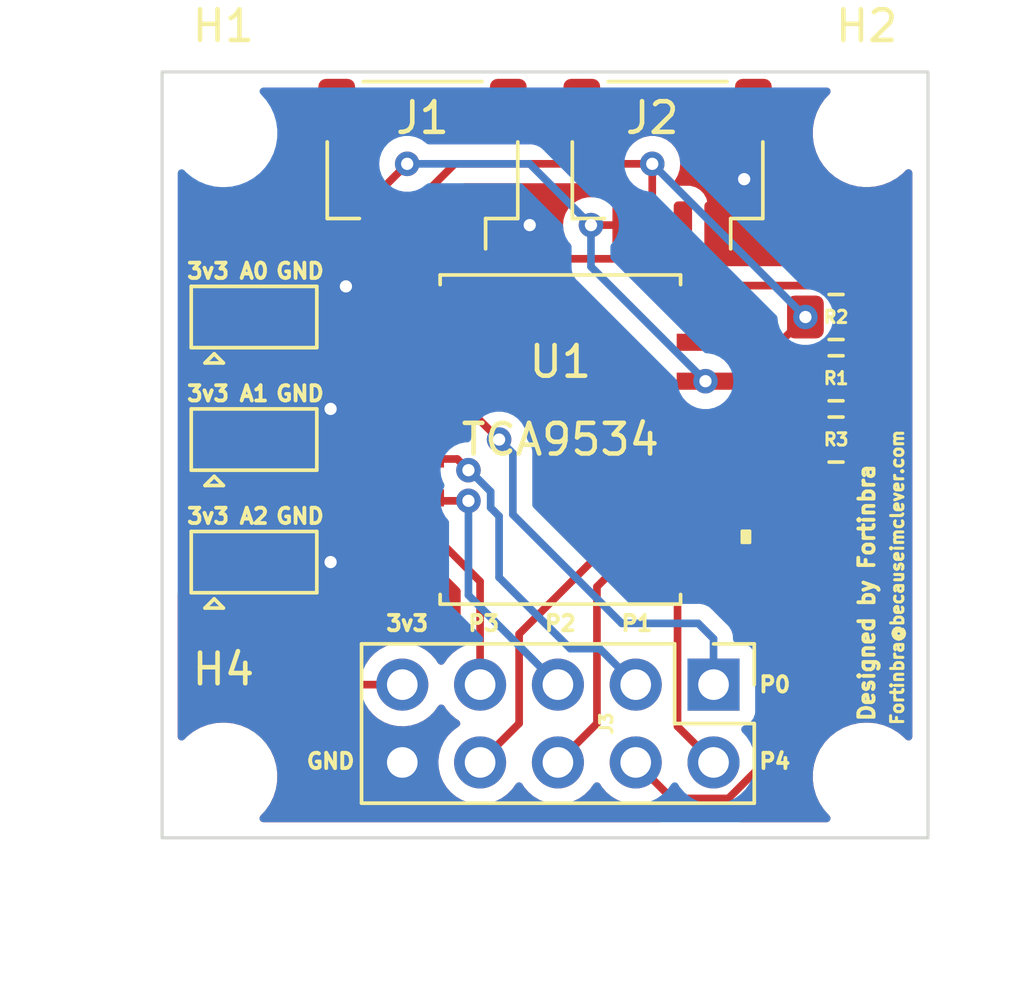
<source format=kicad_pcb>
(kicad_pcb (version 20211014) (generator pcbnew)
  (title_block (title "TCA9534") (date "2022-09-27") (rev "1.0") (company "Because I'm Clever"))
  (layers (0 "F.Cu" signal) (31 "B.Cu" signal) (34 "B.Paste" user) (35 "F.Paste" user) (36 "B.SilkS" user "B.Silkscreen") (37 "F.SilkS" user "F.Silkscreen") (38 "B.Mask" user) (39 "F.Mask" user) (44 "Edge.Cuts" user))
  (net 0 "")
  (net 1 "GND")
  (net 2 "+3.3V")
  (net 3 "/SDA")
  (net 4 "/SCL")
  (net 5 "/P0")
  (net 6 "/P4")
  (net 7 "/P1")
  (net 8 "/P5")
  (net 9 "/P2")
  (net 10 "/P6")
  (net 11 "/P3")
  (net 12 "/P7")
  (net 13 "/A0")
  (net 14 "/A1")
  (net 15 "/A2")
  (net 16 "/INT")
  (footprint "Connector_JST:JST_SH_SM04B-SRSS-TB_1x04-1MP_P1.00mm_Horizontal" (layer "F.Cu") (at 174.5 77 180)
    (fp_text reference "J2" (at 0.5 1.5) (layer "F.SilkS"))
    (fp_text value "Conn_01x04")
    (fp_line (start -3.11 -1.785) (end -2.06 -1.785) (layer "F.SilkS") (width 0.12))
    (fp_line (start 3.11 -1.785) (end 2.06 -1.785) (layer "F.SilkS") (width 0.12))
    (fp_line (start -1.94 2.685) (end 1.94 2.685) (layer "F.SilkS") (width 0.12))
    (fp_line (start -2.06 -1.785) (end -2.06 -2.775) (layer "F.SilkS") (width 0.12))
    (fp_line (start -3.11 0.715) (end -3.11 -1.785) (layer "F.SilkS") (width 0.12))
    (fp_line (start 3.11 0.715) (end 3.11 -1.785) (layer "F.SilkS") (width 0.12))
    (pad "1" smd roundrect (at -1.5 -2 180) (size 0.6 1.55) (layers "F.Cu" "F.Paste" "F.Mask") (net 1 "GND"))
    (pad "2" smd roundrect (at -0.5 -2 180) (size 0.6 1.55) (layers "F.Cu" "F.Paste" "F.Mask") (net 2 "+3.3V"))
    (pad "3" smd roundrect (at 0.5 -2 180) (size 0.6 1.55) (layers "F.Cu" "F.Paste" "F.Mask") (net 3 "/SDA"))
    (pad "4" smd roundrect (at 1.5 -2 180) (size 0.6 1.55) (layers "F.Cu" "F.Paste" "F.Mask") (net 4 "/SCL"))
    (pad "MP" smd roundrect (at 2.8 1.875 180) (size 1.2 1.8) (layers "F.Cu" "F.Paste" "F.Mask") (roundrect_rratio 0.2083333333))
    (pad "MP" smd roundrect (at -2.8 1.875 180) (size 1.2 1.8) (layers "F.Cu" "F.Paste" "F.Mask") (roundrect_rratio 0.2083333333))
  )
  (footprint "Jumper:SolderJumper-3_P1.3mm_Open_Pad1.0x1.5mm" (layer "F.Cu") (at 161 82)
    (fp_text reference "JP1" hide)
    (fp_text value "SolderJumper_3_Open")
    (fp_line (start -2.05 1) (end -2.05 -1) (layer "F.SilkS") (width 0.12))
    (fp_line (start 2.05 -1) (end 2.05 1) (layer "F.SilkS") (width 0.12))
    (fp_line (start -1.3 1.2) (end -1 1.5) (layer "F.SilkS") (width 0.12))
    (fp_line (start -1.3 1.2) (end -1.6 1.5) (layer "F.SilkS") (width 0.12))
    (fp_line (start -1.6 1.5) (end -1 1.5) (layer "F.SilkS") (width 0.12))
    (fp_line (start -2.05 -1) (end 2.05 -1) (layer "F.SilkS") (width 0.12))
    (fp_line (start 2.05 1) (end -2.05 1) (layer "F.SilkS") (width 0.12))
    (pad "1" smd rect (at -1.3 0) (size 1 1.5) (layers "F.Cu" "F.Mask") (net 2 "+3.3V"))
    (pad "2" smd rect (at 0 0) (size 1 1.5) (layers "F.Cu" "F.Mask") (net 13 "/A0"))
    (pad "3" smd rect (at 1.3 0) (size 1 1.5) (layers "F.Cu" "F.Mask") (net 1 "GND"))
  )
  (footprint "Connector_JST:JST_SH_SM04B-SRSS-TB_1x04-1MP_P1.00mm_Horizontal" (layer "F.Cu") (at 166.5 77 180)
    (fp_text reference "J1" (at 0 1.5) (layer "F.SilkS"))
    (fp_text value "Conn_01x04")
    (fp_line (start -2.06 -1.785) (end -2.06 -2.775) (layer "F.SilkS") (width 0.12))
    (fp_line (start 3.11 -1.785) (end 2.06 -1.785) (layer "F.SilkS") (width 0.12))
    (fp_line (start -3.11 -1.785) (end -2.06 -1.785) (layer "F.SilkS") (width 0.12))
    (fp_line (start -1.94 2.685) (end 1.94 2.685) (layer "F.SilkS") (width 0.12))
    (fp_line (start 3.11 0.715) (end 3.11 -1.785) (layer "F.SilkS") (width 0.12))
    (fp_line (start -3.11 0.715) (end -3.11 -1.785) (layer "F.SilkS") (width 0.12))
    (pad "1" smd roundrect (at -1.5 -2 180) (size 0.6 1.55) (layers "F.Cu" "F.Paste" "F.Mask") (net 1 "GND"))
    (pad "2" smd roundrect (at -0.5 -2 180) (size 0.6 1.55) (layers "F.Cu" "F.Paste" "F.Mask") (net 2 "+3.3V"))
    (pad "3" smd roundrect (at 0.5 -2 180) (size 0.6 1.55) (layers "F.Cu" "F.Paste" "F.Mask") (net 3 "/SDA"))
    (pad "4" smd roundrect (at 1.5 -2 180) (size 0.6 1.55) (layers "F.Cu" "F.Paste" "F.Mask") (net 4 "/SCL"))
    (pad "MP" smd roundrect (at 2.8 1.875 180) (size 1.2 1.8) (layers "F.Cu" "F.Paste" "F.Mask") (roundrect_rratio 0.2083333333))
    (pad "MP" smd roundrect (at -2.8 1.875 180) (size 1.2 1.8) (layers "F.Cu" "F.Paste" "F.Mask") (roundrect_rratio 0.2083333333))
  )
  (footprint "Resistor_SMD:R_0805_2012Metric_Pad1.20x1.40mm_HandSolder" (layer "F.Cu") (at 180 86 180)
    (fp_text reference "R3" (at 0 0) (layer "F.SilkS") (effects (font (size 0.4 0.4) (thickness 0.1))))
    (fp_text value "4.7k")
    (fp_line (start -0.227064 0.735) (end 0.227064 0.735) (layer "F.SilkS") (width 0.12))
    (fp_line (start -0.227064 -0.735) (end 0.227064 -0.735) (layer "F.SilkS") (width 0.12))
    (pad "1" smd roundrect (at -1 0 180) (size 1.2 1.4) (layers "F.Cu" "F.Paste" "F.Mask") (roundrect_rratio 0.2083333333) (net 2 "+3.3V"))
    (pad "2" smd roundrect (at 1 0 180) (size 1.2 1.4) (layers "F.Cu" "F.Paste" "F.Mask") (roundrect_rratio 0.2083333333) (net 16 "/INT"))
  )
  (footprint "MountingHole:MountingHole_2.5mm" (layer "F.Cu") (at 181 76)
    (fp_text reference "H2" (at 0 -3.5) (layer "F.SilkS"))
    (fp_text value "MountingHole")
    (pad "" np_thru_hole circle (at 0 0) (size 2.5 2.5) (drill 2.5) (layers *.Cu *.Mask))
  )
  (footprint "Resistor_SMD:R_0805_2012Metric_Pad1.20x1.40mm_HandSolder" (layer "F.Cu") (at 180 84 180)
    (fp_text reference "R1" (at 0 0) (layer "F.SilkS") (effects (font (size 0.4 0.4) (thickness 0.1))))
    (fp_text value "4.7k")
    (fp_line (start -0.227064 -0.735) (end 0.227064 -0.735) (layer "F.SilkS") (width 0.12))
    (fp_line (start -0.227064 0.735) (end 0.227064 0.735) (layer "F.SilkS") (width 0.12))
    (pad "1" smd roundrect (at -1 0 180) (size 1.2 1.4) (layers "F.Cu" "F.Paste" "F.Mask") (roundrect_rratio 0.2083333333) (net 2 "+3.3V"))
    (pad "2" smd roundrect (at 1 0 180) (size 1.2 1.4) (layers "F.Cu" "F.Paste" "F.Mask") (roundrect_rratio 0.2083333333) (net 4 "/SCL"))
  )
  (footprint "Resistor_SMD:R_0805_2012Metric_Pad1.20x1.40mm_HandSolder" (layer "F.Cu") (at 180 82 180)
    (fp_text reference "R2" (at 0 0) (layer "F.SilkS") (effects (font (size 0.4 0.4) (thickness 0.1))))
    (fp_text value "4.7k")
    (fp_line (start -0.227064 -0.735) (end 0.227064 -0.735) (layer "F.SilkS") (width 0.12))
    (fp_line (start -0.227064 0.735) (end 0.227064 0.735) (layer "F.SilkS") (width 0.12))
    (pad "1" smd roundrect (at -1 0 180) (size 1.2 1.4) (layers "F.Cu" "F.Paste" "F.Mask") (roundrect_rratio 0.2083333333) (net 2 "+3.3V"))
    (pad "2" smd roundrect (at 1 0 180) (size 1.2 1.4) (layers "F.Cu" "F.Paste" "F.Mask") (roundrect_rratio 0.2083333333) (net 3 "/SDA"))
  )
  (footprint "MountingHole:MountingHole_2.5mm" (layer "F.Cu") (at 181 97)
    (fp_text reference "H3" hide)
    (fp_text value "MountingHole")
    (pad "" np_thru_hole circle (at 0 0) (size 2.5 2.5) (drill 2.5) (layers *.Cu *.Mask))
  )
  (footprint "TCA9534:TCA9534DWR" (layer "F.Cu") (at 171 86)
    (fp_text reference "U1" (at 0 -2.54) (layer "F.SilkS"))
    (fp_text value "TCA9534" (at 0 0) (layer "F.SilkS"))
    (fp_line (start 3.9243 5.3721) (end 3.9243 5.05714) (layer "F.SilkS") (width 0.12))
    (fp_line (start 3.9243 -5.3721) (end -3.9243 -5.3721) (layer "F.SilkS") (width 0.12))
    (fp_line (start -3.9243 -5.3721) (end -3.9243 -5.05714) (layer "F.SilkS") (width 0.12))
    (fp_line (start 3.9243 -5.05714) (end 3.9243 -5.3721) (layer "F.SilkS") (width 0.12))
    (fp_line (start -3.9243 5.3721) (end 3.9243 5.3721) (layer "F.SilkS") (width 0.12))
    (fp_line (start -3.9243 5.05714) (end -3.9243 5.3721) (layer "F.SilkS") (width 0.12))
    (fp_poly (pts (xy 6.1849 2.9845) (xy 6.1849 3.3655) (xy 5.9309 3.3655) (xy 5.9309 2.9845)) (layer "F.SilkS") (width 0.1) (fill solid))
    (pad "1" smd rect (at -4.7371 -4.445) (size 1.8796 0.5588) (layers "F.Cu" "F.Paste" "F.Mask") (net 13 "/A0"))
    (pad "2" smd rect (at -4.7371 -3.175) (size 1.8796 0.5588) (layers "F.Cu" "F.Paste" "F.Mask") (net 14 "/A1"))
    (pad "3" smd rect (at -4.7371 -1.905) (size 1.8796 0.5588) (layers "F.Cu" "F.Paste" "F.Mask") (net 15 "/A2"))
    (pad "4" smd rect (at -4.7371 -0.635) (size 1.8796 0.5588) (layers "F.Cu" "F.Paste" "F.Mask") (net 5 "/P0"))
    (pad "5" smd rect (at -4.7371 0.635) (size 1.8796 0.5588) (layers "F.Cu" "F.Paste" "F.Mask") (net 7 "/P1"))
    (pad "6" smd rect (at -4.7371 1.905) (size 1.8796 0.5588) (layers "F.Cu" "F.Paste" "F.Mask") (net 9 "/P2"))
    (pad "7" smd rect (at -4.7371 3.175) (size 1.8796 0.5588) (layers "F.Cu" "F.Paste" "F.Mask") (net 11 "/P3"))
    (pad "8" smd rect (at -4.7371 4.445) (size 1.8796 0.5588) (layers "F.Cu" "F.Paste" "F.Mask") (net 1 "GND"))
    (pad "9" smd rect (at 4.7371 4.445) (size 1.8796 0.5588) (layers "F.Cu" "F.Paste" "F.Mask") (net 6 "/P4"))
    (pad "10" smd rect (at 4.7371 3.175) (size 1.8796 0.5588) (layers "F.Cu" "F.Paste" "F.Mask") (net 8 "/P5"))
    (pad "11" smd rect (at 4.7371 1.905) (size 1.8796 0.5588) (layers "F.Cu" "F.Paste" "F.Mask") (net 10 "/P6"))
    (pad "12" smd rect (at 4.7371 0.635) (size 1.8796 0.5588) (layers "F.Cu" "F.Paste" "F.Mask") (net 12 "/P7"))
    (pad "13" smd rect (at 4.7371 -0.635) (size 1.8796 0.5588) (layers "F.Cu" "F.Paste" "F.Mask") (net 16 "/INT"))
    (pad "14" smd rect (at 4.7371 -1.905) (size 1.8796 0.5588) (layers "F.Cu" "F.Paste" "F.Mask") (net 4 "/SCL"))
    (pad "15" smd rect (at 4.7371 -3.175) (size 1.8796 0.5588) (layers "F.Cu" "F.Paste" "F.Mask") (net 3 "/SDA"))
    (pad "16" smd rect (at 4.7371 -4.445) (size 1.8796 0.5588) (layers "F.Cu" "F.Paste" "F.Mask") (net 2 "+3.3V"))
  )
  (footprint "Jumper:SolderJumper-3_P1.3mm_Open_Pad1.0x1.5mm" (layer "F.Cu") (at 161 90)
    (fp_text reference "JP3" hide)
    (fp_text value "SolderJumper_3_Open")
    (fp_line (start -2.05 -1) (end 2.05 -1) (layer "F.SilkS") (width 0.12))
    (fp_line (start 2.05 -1) (end 2.05 1) (layer "F.SilkS") (width 0.12))
    (fp_line (start -1.3 1.2) (end -1 1.5) (layer "F.SilkS") (width 0.12))
    (fp_line (start 2.05 1) (end -2.05 1) (layer "F.SilkS") (width 0.12))
    (fp_line (start -1.3 1.2) (end -1.6 1.5) (layer "F.SilkS") (width 0.12))
    (fp_line (start -2.05 1) (end -2.05 -1) (layer "F.SilkS") (width 0.12))
    (fp_line (start -1.6 1.5) (end -1 1.5) (layer "F.SilkS") (width 0.12))
    (pad "1" smd rect (at -1.3 0) (size 1 1.5) (layers "F.Cu" "F.Mask") (net 2 "+3.3V"))
    (pad "2" smd rect (at 0 0) (size 1 1.5) (layers "F.Cu" "F.Mask") (net 15 "/A2"))
    (pad "3" smd rect (at 1.3 0) (size 1 1.5) (layers "F.Cu" "F.Mask") (net 1 "GND"))
  )
  (footprint "Jumper:SolderJumper-3_P1.3mm_Open_Pad1.0x1.5mm" (layer "F.Cu") (at 161 86)
    (fp_text reference "JP2" hide)
    (fp_text value "SolderJumper_3_Open")
    (fp_line (start 2.05 1) (end -2.05 1) (layer "F.SilkS") (width 0.12))
    (fp_line (start -2.05 1) (end -2.05 -1) (layer "F.SilkS") (width 0.12))
    (fp_line (start -2.05 -1) (end 2.05 -1) (layer "F.SilkS") (width 0.12))
    (fp_line (start -1.3 1.2) (end -1.6 1.5) (layer "F.SilkS") (width 0.12))
    (fp_line (start -1.3 1.2) (end -1 1.5) (layer "F.SilkS") (width 0.12))
    (fp_line (start 2.05 -1) (end 2.05 1) (layer "F.SilkS") (width 0.12))
    (fp_line (start -1.6 1.5) (end -1 1.5) (layer "F.SilkS") (width 0.12))
    (pad "1" smd rect (at -1.3 0) (size 1 1.5) (layers "F.Cu" "F.Mask") (net 2 "+3.3V"))
    (pad "2" smd rect (at 0 0) (size 1 1.5) (layers "F.Cu" "F.Mask") (net 14 "/A1"))
    (pad "3" smd rect (at 1.3 0) (size 1 1.5) (layers "F.Cu" "F.Mask") (net 1 "GND"))
  )
  (footprint "MountingHole:MountingHole_2.5mm" (layer "F.Cu") (at 160 76)
    (fp_text reference "H1" (at 0 -3.5) (layer "F.SilkS"))
    (fp_text value "MountingHole")
    (pad "" np_thru_hole circle (at 0 0) (size 2.5 2.5) (drill 2.5) (layers *.Cu *.Mask))
  )
  (footprint "Connector_PinHeader_2.54mm:PinHeader_2x05_P2.54mm_Vertical" (layer "F.Cu") (at 176 94 -90)
    (fp_text reference "J3" (at 1.27 3.5 90) (layer "F.SilkS") (effects (font (size 0.4 0.4) (thickness 0.1))))
    (fp_text value "Conn_02x05_Odd_Even")
    (fp_line (start 1.27 -1.33) (end 3.87 -1.33) (layer "F.SilkS") (width 0.12))
    (fp_line (start -1.33 11.49) (end 3.87 11.49) (layer "F.SilkS") (width 0.12))
    (fp_line (start -1.33 0) (end -1.33 -1.33) (layer "F.SilkS") (width 0.12))
    (fp_line (start 1.27 1.27) (end 1.27 -1.33) (layer "F.SilkS") (width 0.12))
    (fp_line (start -1.33 1.27) (end -1.33 11.49) (layer "F.SilkS") (width 0.12))
    (fp_line (start 3.87 -1.33) (end 3.87 11.49) (layer "F.SilkS") (width 0.12))
    (fp_line (start -1.33 -1.33) (end 0 -1.33) (layer "F.SilkS") (width 0.12))
    (fp_line (start -1.33 1.27) (end 1.27 1.27) (layer "F.SilkS") (width 0.12))
    (pad "1" thru_hole rect (at 0 0 270) (size 1.7 1.7) (drill 1) (layers *.Cu *.Mask) (net 5 "/P0"))
    (pad "2" thru_hole oval (at 2.54 0 270) (size 1.7 1.7) (drill 1) (layers *.Cu *.Mask) (net 6 "/P4"))
    (pad "3" thru_hole oval (at 0 2.54 270) (size 1.7 1.7) (drill 1) (layers *.Cu *.Mask) (net 7 "/P1"))
    (pad "4" thru_hole oval (at 2.54 2.54 270) (size 1.7 1.7) (drill 1) (layers *.Cu *.Mask) (net 8 "/P5"))
    (pad "5" thru_hole oval (at 0 5.08 270) (size 1.7 1.7) (drill 1) (layers *.Cu *.Mask) (net 9 "/P2"))
    (pad "6" thru_hole oval (at 2.54 5.08 270) (size 1.7 1.7) (drill 1) (layers *.Cu *.Mask) (net 10 "/P6"))
    (pad "7" thru_hole oval (at 0 7.62 270) (size 1.7 1.7) (drill 1) (layers *.Cu *.Mask) (net 11 "/P3"))
    (pad "8" thru_hole oval (at 2.54 7.62 270) (size 1.7 1.7) (drill 1) (layers *.Cu *.Mask) (net 12 "/P7"))
    (pad "9" thru_hole oval (at 0 10.16 270) (size 1.7 1.7) (drill 1) (layers *.Cu *.Mask) (net 2 "+3.3V"))
    (pad "10" thru_hole oval (at 2.54 10.16 270) (size 1.7 1.7) (drill 1) (layers *.Cu *.Mask) (net 1 "GND"))
  )
  (footprint "MountingHole:MountingHole_2.5mm" (layer "F.Cu") (at 160 97)
    (fp_text reference "H4" (at 0 -3.5) (layer "F.SilkS"))
    (fp_text value "MountingHole")
    (pad "" np_thru_hole circle (at 0 0) (size 2.5 2.5) (drill 2.5) (layers *.Cu *.Mask))
  )
  (gr_rect (start 158 74) (end 183 99) (layer "Edge.Cuts") (width 0.1) (fill none))
  (gr_text "GND" (at 162.5 80.5) (layer "F.SilkS") (effects (font (size 0.5 0.5) (thickness 0.125))))
  (gr_text "P4" (at 178 96.5) (layer "F.SilkS") (effects (font (size 0.5 0.5) (thickness 0.125))))
  (gr_text "Fortinbra@becauseimclever.com" (at 182 90.5 90) (layer "F.SilkS") (effects (font (size 0.4 0.4) (thickness 0.1))))
  (gr_text "3v3" (at 159.5 84.5) (layer "F.SilkS") (effects (font (size 0.5 0.5) (thickness 0.125))))
  (gr_text "A2" (at 161 88.5) (layer "F.SilkS") (effects (font (size 0.5 0.5) (thickness 0.125))))
  (gr_text "A1" (at 161 84.5) (layer "F.SilkS") (effects (font (size 0.5 0.5) (thickness 0.125))))
  (gr_text "P1" (at 173.5 92) (layer "F.SilkS") (effects (font (size 0.5 0.5) (thickness 0.125))))
  (gr_text "3v3" (at 159.5 80.5) (layer "F.SilkS") (effects (font (size 0.5 0.5) (thickness 0.125))))
  (gr_text "GND" (at 162.5 88.5) (layer "F.SilkS") (effects (font (size 0.5 0.5) (thickness 0.125))))
  (gr_text "GND" (at 163.5 96.5) (layer "F.SilkS") (effects (font (size 0.5 0.5) (thickness 0.125))))
  (gr_text "P0" (at 178 94) (layer "F.SilkS") (effects (font (size 0.5 0.5) (thickness 0.125))))
  (gr_text "P2" (at 171 92) (layer "F.SilkS") (effects (font (size 0.5 0.5) (thickness 0.125))))
  (gr_text "P3" (at 168.5 92) (layer "F.SilkS") (effects (font (size 0.5 0.5) (thickness 0.125))))
  (gr_text "3v3" (at 166 92) (layer "F.SilkS") (effects (font (size 0.5 0.5) (thickness 0.125))))
  (gr_text "A0" (at 161 80.5) (layer "F.SilkS") (effects (font (size 0.5 0.5) (thickness 0.125))))
  (gr_text "3v3" (at 159.5 88.5) (layer "F.SilkS") (effects (font (size 0.5 0.5) (thickness 0.125))))
  (gr_text "GND" (at 162.5 84.5) (layer "F.SilkS") (effects (font (size 0.5 0.5) (thickness 0.125))))
  (gr_text "Designed by Fortinbra" (at 181 91 90) (layer "F.SilkS") (effects (font (size 0.5 0.5) (thickness 0.125))))
  (via (at 163.5 85) (size 0.8) (drill 0.4) (layers "F.Cu" "B.Cu") (net 1))
  (via (at 163.5 90) (size 0.8) (drill 0.4) (layers "F.Cu" "B.Cu") (net 1))
  (via (at 170 79) (size 0.8) (drill 0.4) (layers "F.Cu" "B.Cu") (net 1))
  (via (at 164 81) (size 0.8) (drill 0.4) (layers "F.Cu" "B.Cu") (net 1))
  (via (at 177 77.5) (size 0.8) (drill 0.4) (layers "F.Cu" "B.Cu") (net 1))
  (segment (start 167 79) (end 167 79.446751) (width 0.25) (layer "F.Cu") (net 2))
  (segment (start 162.7 94) (end 165.84 94) (width 0.25) (layer "F.Cu") (net 2))
  (segment (start 175.7371 81.555) (end 176.3171 80.975) (width 0.25) (layer "F.Cu") (net 2))
  (segment (start 175 79) (end 175 80.8179) (width 0.25) (layer "F.Cu") (net 2))
  (segment (start 181 84) (end 181 82) (width 0.25) (layer "F.Cu") (net 2))
  (segment (start 167 79.446751) (end 166.346751 80.1) (width 0.25) (layer "F.Cu") (net 2))
  (segment (start 159.7 82) (end 159.7 86) (width 0.25) (layer "F.Cu") (net 2))
  (segment (start 173.1 80.1) (end 174.555 81.555) (width 0.25) (layer "F.Cu") (net 2))
  (segment (start 159.7 81) (end 159.7 82) (width 0.25) (layer "F.Cu") (net 2))
  (segment (start 159.7 86) (end 159.7 90) (width 0.25) (layer "F.Cu") (net 2))
  (segment (start 181 86) (end 181 84) (width 0.25) (layer "F.Cu") (net 2))
  (segment (start 159.7 90) (end 159.7 91) (width 0.25) (layer "F.Cu") (net 2))
  (segment (start 159.7 91) (end 162.7 94) (width 0.25) (layer "F.Cu") (net 2))
  (segment (start 176.3171 80.975) (end 179.975 80.975) (width 0.25) (layer "F.Cu") (net 2))
  (segment (start 160.6 80.1) (end 159.7 81) (width 0.25) (layer "F.Cu") (net 2))
  (segment (start 179.975 80.975) (end 181 82) (width 0.25) (layer "F.Cu") (net 2))
  (segment (start 166.346751 80.1) (end 160.6 80.1) (width 0.25) (layer "F.Cu") (net 2))
  (segment (start 167 79.446751) (end 167.653249 80.1) (width 0.25) (layer "F.Cu") (net 2))
  (segment (start 175 80.8179) (end 175.7371 81.555) (width 0.25) (layer "F.Cu") (net 2))
  (segment (start 174.555 81.555) (end 175.7371 81.555) (width 0.25) (layer "F.Cu") (net 2))
  (segment (start 167.653249 80.1) (end 173.1 80.1) (width 0.25) (layer "F.Cu") (net 2))
  (segment (start 166 78.553249) (end 167.553249 77) (width 0.25) (layer "F.Cu") (net 3))
  (segment (start 179 82) (end 178.175 82.825) (width 0.25) (layer "F.Cu") (net 3))
  (segment (start 166 79) (end 166 78.553249) (width 0.25) (layer "F.Cu") (net 3))
  (segment (start 178.175 82.825) (end 175.7371 82.825) (width 0.25) (layer "F.Cu") (net 3))
  (segment (start 167.553249 77) (end 174 77) (width 0.25) (layer "F.Cu") (net 3))
  (segment (start 174 79) (end 174 77) (width 0.25) (layer "F.Cu") (net 3))
  (via (at 179 82) (size 0.8) (drill 0.4) (layers "F.Cu" "B.Cu") (net 3))
  (via (at 174 77) (size 0.8) (drill 0.4) (layers "F.Cu" "B.Cu") (net 3))
  (segment (start 174 77) (end 179 82) (width 0.25) (layer "B.Cu") (net 3))
  (segment (start 178.905 84.095) (end 175.7371 84.095) (width 0.25) (layer "F.Cu") (net 4))
  (segment (start 173 79) (end 172 79) (width 0.25) (layer "F.Cu") (net 4))
  (segment (start 165 79) (end 165 78) (width 0.25) (layer "F.Cu") (net 4))
  (segment (start 165 78) (end 166 77) (width 0.25) (layer "F.Cu") (net 4))
  (segment (start 179 84) (end 178.905 84.095) (width 0.25) (layer "F.Cu") (net 4))
  (via (at 166 77) (size 0.8) (drill 0.4) (layers "F.Cu" "B.Cu") (net 4))
  (via (at 175.7371 84.095) (size 0.8) (drill 0.4) (layers "F.Cu" "B.Cu") (net 4))
  (via (at 172 79) (size 0.8) (drill 0.4) (layers "F.Cu" "B.Cu") (net 4))
  (segment (start 170 77) (end 172 79) (width 0.25) (layer "B.Cu") (net 4))
  (segment (start 166 77) (end 170 77) (width 0.25) (layer "B.Cu") (net 4))
  (segment (start 172 79) (end 172 80.3579) (width 0.25) (layer "B.Cu") (net 4))
  (segment (start 172 80.3579) (end 175.7371 84.095) (width 0.25) (layer "B.Cu") (net 4))
  (segment (start 168.365 85.365) (end 166.2629 85.365) (width 0.25) (layer "F.Cu") (net 5))
  (segment (start 169 86) (end 168.365 85.365) (width 0.25) (layer "F.Cu") (net 5))
  (via (at 169 86) (size 0.8) (drill 0.4) (layers "F.Cu" "B.Cu") (net 5))
  (segment (start 176 92.5) (end 175.5 92) (width 0.25) (layer "B.Cu") (net 5))
  (segment (start 169.45 86.45) (end 169 86) (width 0.25) (layer "B.Cu") (net 5))
  (segment (start 175.5 92) (end 173 92) (width 0.25) (layer "B.Cu") (net 5))
  (segment (start 176 94) (end 176 92.5) (width 0.25) (layer "B.Cu") (net 5))
  (segment (start 173 92) (end 169.45 88.45) (width 0.25) (layer "B.Cu") (net 5))
  (segment (start 169.45 88.45) (end 169.45 86.45) (width 0.25) (layer "B.Cu") (net 5))
  (segment (start 175.7371 90.445) (end 174.825 91.3571) (width 0.25) (layer "F.Cu") (net 6))
  (segment (start 174.825 91.3571) (end 174.825 95.365) (width 0.25) (layer "F.Cu") (net 6))
  (segment (start 174.825 95.365) (end 176 96.54) (width 0.25) (layer "F.Cu") (net 6))
  (segment (start 166.2629 86.635) (end 167.635 86.635) (width 0.25) (layer "F.Cu") (net 7))
  (segment (start 167.635 86.635) (end 168 87) (width 0.25) (layer "F.Cu") (net 7))
  (via (at 168 87) (size 0.8) (drill 0.4) (layers "F.Cu" "B.Cu") (net 7))
  (segment (start 168 87) (end 168.025305 87) (width 0.25) (layer "B.Cu") (net 7))
  (segment (start 168.725 87.699695) (end 168.725 88.225) (width 0.25) (layer "B.Cu") (net 7))
  (segment (start 168.725 88.225) (end 169 88.5) (width 0.25) (layer "B.Cu") (net 7))
  (segment (start 171.325 92.825) (end 172.285 92.825) (width 0.25) (layer "B.Cu") (net 7))
  (segment (start 172.285 92.825) (end 173.46 94) (width 0.25) (layer "B.Cu") (net 7))
  (segment (start 169 90.5) (end 171.325 92.825) (width 0.25) (layer "B.Cu") (net 7))
  (segment (start 169 88.5) (end 169 90.5) (width 0.25) (layer "B.Cu") (net 7))
  (segment (start 168.025305 87) (end 168.725 87.699695) (width 0.25) (layer "B.Cu") (net 7))
  (segment (start 176.175 89.175) (end 175.7371 89.175) (width 0.25) (layer "F.Cu") (net 8))
  (segment (start 173.46 96.54) (end 174.635 97.715) (width 0.25) (layer "F.Cu") (net 8))
  (segment (start 176.486701 97.715) (end 178 96.201701) (width 0.25) (layer "F.Cu") (net 8))
  (segment (start 178 96.201701) (end 178 91) (width 0.25) (layer "F.Cu") (net 8))
  (segment (start 174.635 97.715) (end 176.486701 97.715) (width 0.25) (layer "F.Cu") (net 8))
  (segment (start 178 91) (end 176.175 89.175) (width 0.25) (layer "F.Cu") (net 8))
  (segment (start 168 88) (end 166.3579 88) (width 0.25) (layer "F.Cu") (net 9))
  (segment (start 166.3579 88) (end 166.2629 87.905) (width 0.25) (layer "F.Cu") (net 9))
  (via (at 168 88) (size 0.8) (drill 0.4) (layers "F.Cu" "B.Cu") (net 9))
  (segment (start 170.92 94) (end 168 91.08) (width 0.25) (layer "B.Cu") (net 9))
  (segment (start 168 91.08) (end 168 88) (width 0.25) (layer "B.Cu") (net 9))
  (segment (start 175.095 87.905) (end 175.7371 87.905) (width 0.25) (layer "F.Cu") (net 10))
  (segment (start 172.194278 95.265722) (end 172.194278 90.805722) (width 0.25) (layer "F.Cu") (net 10))
  (segment (start 172.194278 90.805722) (end 175.095 87.905) (width 0.25) (layer "F.Cu") (net 10))
  (segment (start 170.92 96.54) (end 172.194278 95.265722) (width 0.25) (layer "F.Cu") (net 10))
  (segment (start 168.38 94) (end 168.38 90.6317) (width 0.25) (layer "F.Cu") (net 11))
  (segment (start 166.9233 89.175) (end 166.2629 89.175) (width 0.25) (layer "F.Cu") (net 11))
  (segment (start 168.38 90.6317) (end 166.9233 89.175) (width 0.25) (layer "F.Cu") (net 11))
  (segment (start 174 87.7729) (end 175.1379 86.635) (width 0.25) (layer "F.Cu") (net 12))
  (segment (start 174 88) (end 174 87.7729) (width 0.25) (layer "F.Cu") (net 12))
  (segment (start 169.654278 95.265722) (end 169.654278 92.345722) (width 0.25) (layer "F.Cu") (net 12))
  (segment (start 175.1379 86.635) (end 175.7371 86.635) (width 0.25) (layer "F.Cu") (net 12))
  (segment (start 168.38 96.54) (end 169.654278 95.265722) (width 0.25) (layer "F.Cu") (net 12))
  (segment (start 169.654278 92.345722) (end 174 88) (width 0.25) (layer "F.Cu") (net 12))
  (segment (start 164.025 83.075) (end 165.545 81.555) (width 0.25) (layer "F.Cu") (net 13))
  (segment (start 161 83) (end 161.075 83.075) (width 0.25) (layer "F.Cu") (net 13))
  (segment (start 161 82) (end 161 83) (width 0.25) (layer "F.Cu") (net 13))
  (segment (start 165.545 81.555) (end 166.2629 81.555) (width 0.25) (layer "F.Cu") (net 13))
  (segment (start 161.075 83.075) (end 164.025 83.075) (width 0.25) (layer "F.Cu") (net 13))
  (segment (start 164.4275 84) (end 165.6025 82.825) (width 0.25) (layer "F.Cu") (net 14))
  (segment (start 161 85) (end 162 84) (width 0.25) (layer "F.Cu") (net 14))
  (segment (start 161 86) (end 161 85) (width 0.25) (layer "F.Cu") (net 14))
  (segment (start 162 84) (end 164.4275 84) (width 0.25) (layer "F.Cu") (net 14))
  (segment (start 165.6025 82.825) (end 166.2629 82.825) (width 0.25) (layer "F.Cu") (net 14))
  (segment (start 161 89.2) (end 164 86.2) (width 0.25) (layer "F.Cu") (net 15))
  (segment (start 165.6025 84.095) (end 166.2629 84.095) (width 0.25) (layer "F.Cu") (net 15))
  (segment (start 164 85.6975) (end 165.6025 84.095) (width 0.25) (layer "F.Cu") (net 15))
  (segment (start 164 86.2) (end 164 85.6975) (width 0.25) (layer "F.Cu") (net 15))
  (segment (start 161 90) (end 161 89.2) (width 0.25) (layer "F.Cu") (net 15))
  (segment (start 178.365 85.365) (end 175.7371 85.365) (width 0.25) (layer "F.Cu") (net 16))
  (segment (start 179 86) (end 178.365 85.365) (width 0.25) (layer "F.Cu") (net 16))
  (zone (net 1) (net_name "GND") (layers F&B.Cu) (connect_pads yes (clearance 0.508)) (min_thickness 0.254) (fill yes (thermal_gap 0.508) (thermal_bridge_width 0.508))
    (polygon (pts (xy 183 99) (xy 158 99) (xy 158 74) (xy 183 74)))
  )
)
</source>
